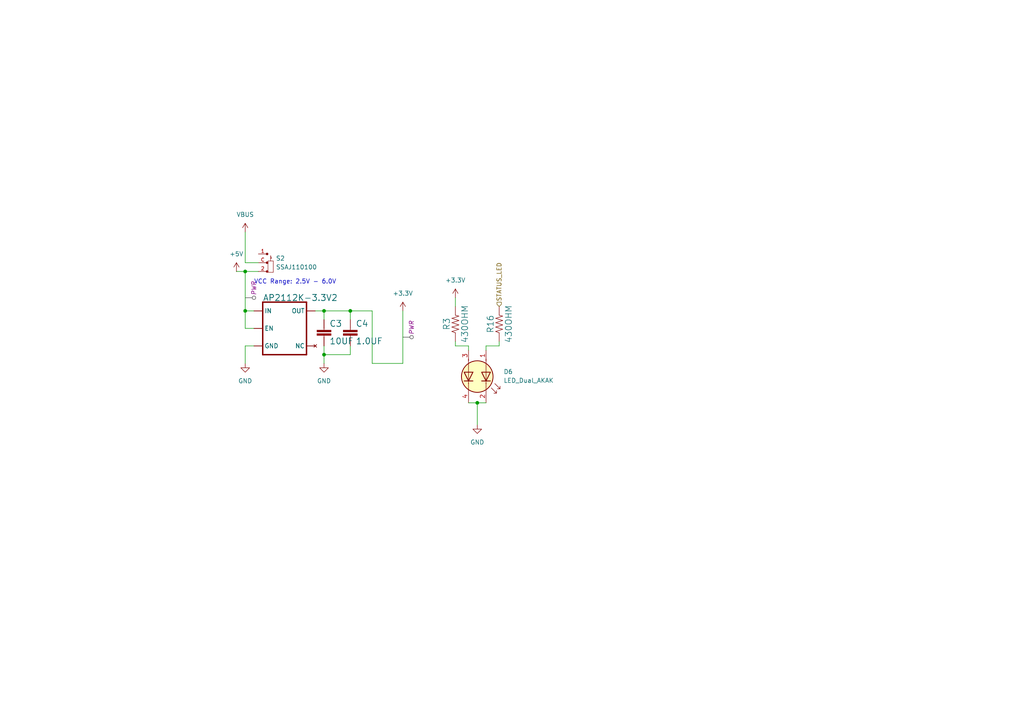
<source format=kicad_sch>
(kicad_sch
	(version 20231120)
	(generator "eeschema")
	(generator_version "8.0")
	(uuid "0e275bf1-c085-4ce8-bb87-516a17dd2b21")
	(paper "A4")
	(lib_symbols
		(symbol "Device:LED_Dual_AKAK"
			(pin_names
				(offset 0) hide)
			(exclude_from_sim no)
			(in_bom yes)
			(on_board yes)
			(property "Reference" "D"
				(at 0 5.715 0)
				(effects
					(font
						(size 1.27 1.27)
					)
				)
			)
			(property "Value" "LED_Dual_AKAK"
				(at 0 -6.35 0)
				(effects
					(font
						(size 1.27 1.27)
					)
				)
			)
			(property "Footprint" ""
				(at 0.762 0 0)
				(effects
					(font
						(size 1.27 1.27)
					)
					(hide yes)
				)
			)
			(property "Datasheet" "~"
				(at 0.762 0 0)
				(effects
					(font
						(size 1.27 1.27)
					)
					(hide yes)
				)
			)
			(property "Description" "Dual LED, cathodes on pins 2 and 4"
				(at 0 0 0)
				(effects
					(font
						(size 1.27 1.27)
					)
					(hide yes)
				)
			)
			(property "ki_keywords" "LED diode bicolor dual"
				(at 0 0 0)
				(effects
					(font
						(size 1.27 1.27)
					)
					(hide yes)
				)
			)
			(property "ki_fp_filters" "LED* LED_SMD:* LED_THT:*"
				(at 0 0 0)
				(effects
					(font
						(size 1.27 1.27)
					)
					(hide yes)
				)
			)
			(symbol "LED_Dual_AKAK_0_1"
				(polyline
					(pts
						(xy -5.08 -2.54) (xy 2.032 -2.54)
					)
					(stroke
						(width 0)
						(type default)
					)
					(fill
						(type none)
					)
				)
				(polyline
					(pts
						(xy -5.08 2.54) (xy 2.032 2.54)
					)
					(stroke
						(width 0)
						(type default)
					)
					(fill
						(type none)
					)
				)
				(polyline
					(pts
						(xy 1.27 -1.27) (xy 1.27 -3.81)
					)
					(stroke
						(width 0.254)
						(type default)
					)
					(fill
						(type none)
					)
				)
				(polyline
					(pts
						(xy 1.27 3.81) (xy 1.27 1.27)
					)
					(stroke
						(width 0.254)
						(type default)
					)
					(fill
						(type none)
					)
				)
				(polyline
					(pts
						(xy 3.81 -2.54) (xy 1.905 -2.54)
					)
					(stroke
						(width 0)
						(type default)
					)
					(fill
						(type none)
					)
				)
				(polyline
					(pts
						(xy 3.81 2.54) (xy 1.905 2.54)
					)
					(stroke
						(width 0)
						(type default)
					)
					(fill
						(type none)
					)
				)
				(polyline
					(pts
						(xy -1.27 -1.27) (xy -1.27 -3.81) (xy 1.27 -2.54) (xy -1.27 -1.27)
					)
					(stroke
						(width 0.254)
						(type default)
					)
					(fill
						(type none)
					)
				)
				(polyline
					(pts
						(xy -1.27 3.81) (xy -1.27 1.27) (xy 1.27 2.54) (xy -1.27 3.81)
					)
					(stroke
						(width 0.254)
						(type default)
					)
					(fill
						(type none)
					)
				)
				(polyline
					(pts
						(xy 2.032 5.08) (xy 3.556 6.604) (xy 2.794 6.604) (xy 3.556 6.604) (xy 3.556 5.842)
					)
					(stroke
						(width 0)
						(type default)
					)
					(fill
						(type none)
					)
				)
				(polyline
					(pts
						(xy 3.302 4.064) (xy 4.826 5.588) (xy 4.064 5.588) (xy 4.826 5.588) (xy 4.826 4.826)
					)
					(stroke
						(width 0)
						(type default)
					)
					(fill
						(type none)
					)
				)
				(circle
					(center 0 0)
					(radius 4.572)
					(stroke
						(width 0.254)
						(type default)
					)
					(fill
						(type background)
					)
				)
			)
			(symbol "LED_Dual_AKAK_1_1"
				(pin input line
					(at -7.62 2.54 0)
					(length 3.048)
					(name "A1"
						(effects
							(font
								(size 1.27 1.27)
							)
						)
					)
					(number "1"
						(effects
							(font
								(size 1.27 1.27)
							)
						)
					)
				)
				(pin input line
					(at 7.62 2.54 180)
					(length 3.81)
					(name "K1"
						(effects
							(font
								(size 1.27 1.27)
							)
						)
					)
					(number "2"
						(effects
							(font
								(size 1.27 1.27)
							)
						)
					)
				)
				(pin input line
					(at -7.62 -2.54 0)
					(length 3.048)
					(name "A2"
						(effects
							(font
								(size 1.27 1.27)
							)
						)
					)
					(number "3"
						(effects
							(font
								(size 1.27 1.27)
							)
						)
					)
				)
				(pin input line
					(at 7.62 -2.54 180)
					(length 3.81)
					(name "K2"
						(effects
							(font
								(size 1.27 1.27)
							)
						)
					)
					(number "4"
						(effects
							(font
								(size 1.27 1.27)
							)
						)
					)
				)
			)
		)
		(symbol "SSAJ110100:SSAJ110100"
			(pin_names
				(offset 1.016) hide)
			(exclude_from_sim no)
			(in_bom yes)
			(on_board yes)
			(property "Reference" "S"
				(at -2.54 5.08 0)
				(effects
					(font
						(size 1.27 1.27)
					)
					(justify left bottom)
				)
			)
			(property "Value" "SSAJ110100"
				(at -2.54 -5.715 0)
				(effects
					(font
						(size 1.27 1.27)
					)
					(justify left bottom)
				)
			)
			(property "Footprint" "SnapEDA Library:SW_SSAJ110100"
				(at 0 0 0)
				(effects
					(font
						(size 1.27 1.27)
					)
					(justify left bottom)
					(hide yes)
				)
			)
			(property "Datasheet" ""
				(at 0 0 0)
				(effects
					(font
						(size 1.27 1.27)
					)
					(justify left bottom)
					(hide yes)
				)
			)
			(property "Description" ""
				(at 0 0 0)
				(effects
					(font
						(size 1.27 1.27)
					)
					(hide yes)
				)
			)
			(property "PARTREV" "N/A"
				(at 0 0 0)
				(effects
					(font
						(size 1.27 1.27)
					)
					(justify left bottom)
					(hide yes)
				)
			)
			(property "STANDARD" "Manufacturer Recommendations"
				(at 0 0 0)
				(effects
					(font
						(size 1.27 1.27)
					)
					(justify left bottom)
					(hide yes)
				)
			)
			(property "SNAPEDA_PN" "SSAJ110100"
				(at 0 0 0)
				(effects
					(font
						(size 1.27 1.27)
					)
					(justify left bottom)
					(hide yes)
				)
			)
			(property "MAXIMUM_PACKAGE_HEIGHT" "0.9 mm"
				(at 0 0 0)
				(effects
					(font
						(size 1.27 1.27)
					)
					(justify left bottom)
					(hide yes)
				)
			)
			(property "MANUFACTURER" "ALPS"
				(at 0 0 0)
				(effects
					(font
						(size 1.27 1.27)
					)
					(justify left bottom)
					(hide yes)
				)
			)
			(property "ki_locked" ""
				(at 0 0 0)
				(effects
					(font
						(size 1.27 1.27)
					)
				)
			)
			(symbol "SSAJ110100_0_0"
				(circle
					(center 0 -2.54)
					(radius 0.2032)
					(stroke
						(width 0.3048)
						(type solid)
					)
					(fill
						(type none)
					)
				)
				(polyline
					(pts
						(xy 0.254 0.508) (xy 0.254 -2.794)
					)
					(stroke
						(width 0.127)
						(type solid)
					)
					(fill
						(type none)
					)
				)
				(polyline
					(pts
						(xy 0.254 0.508) (xy 1.778 0.508)
					)
					(stroke
						(width 0.127)
						(type solid)
					)
					(fill
						(type none)
					)
				)
				(polyline
					(pts
						(xy 1.016 0.508) (xy 1.016 1.27)
					)
					(stroke
						(width 0.127)
						(type solid)
					)
					(fill
						(type none)
					)
				)
				(polyline
					(pts
						(xy 1.016 1.27) (xy 1.016 2.032)
					)
					(stroke
						(width 0.127)
						(type solid)
					)
					(fill
						(type none)
					)
				)
				(polyline
					(pts
						(xy 1.016 2.032) (xy 1.27 1.27)
					)
					(stroke
						(width 0.127)
						(type solid)
					)
					(fill
						(type none)
					)
				)
				(polyline
					(pts
						(xy 1.27 1.27) (xy 1.016 1.27)
					)
					(stroke
						(width 0.127)
						(type solid)
					)
					(fill
						(type none)
					)
				)
				(polyline
					(pts
						(xy 1.778 -2.794) (xy 0.254 -2.794)
					)
					(stroke
						(width 0.127)
						(type solid)
					)
					(fill
						(type none)
					)
				)
				(polyline
					(pts
						(xy 1.778 0.508) (xy 1.778 -2.794)
					)
					(stroke
						(width 0.127)
						(type solid)
					)
					(fill
						(type none)
					)
				)
				(circle
					(center 0 0)
					(radius 0.2032)
					(stroke
						(width 0.3048)
						(type solid)
					)
					(fill
						(type none)
					)
				)
				(circle
					(center 0 2.54)
					(radius 0.2032)
					(stroke
						(width 0.3048)
						(type solid)
					)
					(fill
						(type none)
					)
				)
				(pin passive line
					(at -2.54 2.54 0)
					(length 2.54)
					(name "~"
						(effects
							(font
								(size 1.016 1.016)
							)
						)
					)
					(number "1"
						(effects
							(font
								(size 1.016 1.016)
							)
						)
					)
				)
				(pin passive line
					(at -2.54 -2.54 0)
					(length 2.54)
					(name "~"
						(effects
							(font
								(size 1.016 1.016)
							)
						)
					)
					(number "2"
						(effects
							(font
								(size 1.016 1.016)
							)
						)
					)
				)
				(pin passive line
					(at -2.54 0 0)
					(length 2.54)
					(name "~"
						(effects
							(font
								(size 1.016 1.016)
							)
						)
					)
					(number "C"
						(effects
							(font
								(size 1.016 1.016)
							)
						)
					)
				)
			)
		)
		(symbol "SparkFun_Qwiic_Micro_SAMD21E-eagle-import:1.0UF-0402-16V-10%"
			(exclude_from_sim no)
			(in_bom yes)
			(on_board yes)
			(property "Reference" "C"
				(at 1.524 2.921 0)
				(effects
					(font
						(size 1.778 1.778)
					)
					(justify left bottom)
				)
			)
			(property "Value" ""
				(at 1.524 -2.159 0)
				(effects
					(font
						(size 1.778 1.778)
					)
					(justify left bottom)
				)
			)
			(property "Footprint" "SparkFun_Qwiic_Micro_SAMD21E:0402"
				(at 0 0 0)
				(effects
					(font
						(size 1.27 1.27)
					)
					(hide yes)
				)
			)
			(property "Datasheet" ""
				(at 0 0 0)
				(effects
					(font
						(size 1.27 1.27)
					)
					(hide yes)
				)
			)
			(property "Description" ""
				(at 0 0 0)
				(effects
					(font
						(size 1.27 1.27)
					)
					(hide yes)
				)
			)
			(property "ki_locked" ""
				(at 0 0 0)
				(effects
					(font
						(size 1.27 1.27)
					)
				)
			)
			(symbol "1.0UF-0402-16V-10%_1_0"
				(rectangle
					(start -2.032 0.508)
					(end 2.032 1.016)
					(stroke
						(width 0)
						(type default)
					)
					(fill
						(type outline)
					)
				)
				(rectangle
					(start -2.032 1.524)
					(end 2.032 2.032)
					(stroke
						(width 0)
						(type default)
					)
					(fill
						(type outline)
					)
				)
				(polyline
					(pts
						(xy 0 0) (xy 0 0.508)
					)
					(stroke
						(width 0.1524)
						(type solid)
					)
					(fill
						(type none)
					)
				)
				(polyline
					(pts
						(xy 0 2.54) (xy 0 2.032)
					)
					(stroke
						(width 0.1524)
						(type solid)
					)
					(fill
						(type none)
					)
				)
				(pin passive line
					(at 0 5.08 270)
					(length 2.54)
					(name "1"
						(effects
							(font
								(size 0 0)
							)
						)
					)
					(number "1"
						(effects
							(font
								(size 0 0)
							)
						)
					)
				)
				(pin passive line
					(at 0 -2.54 90)
					(length 2.54)
					(name "2"
						(effects
							(font
								(size 0 0)
							)
						)
					)
					(number "2"
						(effects
							(font
								(size 0 0)
							)
						)
					)
				)
			)
		)
		(symbol "SparkFun_Qwiic_Micro_SAMD21E-eagle-import:10UF-0603-6.3V-20%"
			(exclude_from_sim no)
			(in_bom yes)
			(on_board yes)
			(property "Reference" "C"
				(at 1.524 2.921 0)
				(effects
					(font
						(size 1.778 1.778)
					)
					(justify left bottom)
				)
			)
			(property "Value" ""
				(at 1.524 -2.159 0)
				(effects
					(font
						(size 1.778 1.778)
					)
					(justify left bottom)
				)
			)
			(property "Footprint" "SparkFun_Qwiic_Micro_SAMD21E:0603"
				(at 0 0 0)
				(effects
					(font
						(size 1.27 1.27)
					)
					(hide yes)
				)
			)
			(property "Datasheet" ""
				(at 0 0 0)
				(effects
					(font
						(size 1.27 1.27)
					)
					(hide yes)
				)
			)
			(property "Description" ""
				(at 0 0 0)
				(effects
					(font
						(size 1.27 1.27)
					)
					(hide yes)
				)
			)
			(property "ki_locked" ""
				(at 0 0 0)
				(effects
					(font
						(size 1.27 1.27)
					)
				)
			)
			(symbol "10UF-0603-6.3V-20%_1_0"
				(rectangle
					(start -2.032 0.508)
					(end 2.032 1.016)
					(stroke
						(width 0)
						(type default)
					)
					(fill
						(type outline)
					)
				)
				(rectangle
					(start -2.032 1.524)
					(end 2.032 2.032)
					(stroke
						(width 0)
						(type default)
					)
					(fill
						(type outline)
					)
				)
				(polyline
					(pts
						(xy 0 0) (xy 0 0.508)
					)
					(stroke
						(width 0.1524)
						(type solid)
					)
					(fill
						(type none)
					)
				)
				(polyline
					(pts
						(xy 0 2.54) (xy 0 2.032)
					)
					(stroke
						(width 0.1524)
						(type solid)
					)
					(fill
						(type none)
					)
				)
				(pin passive line
					(at 0 5.08 270)
					(length 2.54)
					(name "1"
						(effects
							(font
								(size 0 0)
							)
						)
					)
					(number "1"
						(effects
							(font
								(size 0 0)
							)
						)
					)
				)
				(pin passive line
					(at 0 -2.54 90)
					(length 2.54)
					(name "2"
						(effects
							(font
								(size 0 0)
							)
						)
					)
					(number "2"
						(effects
							(font
								(size 0 0)
							)
						)
					)
				)
			)
		)
		(symbol "SparkFun_Qwiic_Micro_SAMD21E-eagle-import:1KOHM-0402-1/16W-1%"
			(exclude_from_sim no)
			(in_bom yes)
			(on_board yes)
			(property "Reference" "R"
				(at 0 1.524 0)
				(effects
					(font
						(size 1.778 1.778)
					)
					(justify bottom)
				)
			)
			(property "Value" ""
				(at 0 -1.524 0)
				(effects
					(font
						(size 1.778 1.778)
					)
					(justify top)
				)
			)
			(property "Footprint" "SparkFun_Qwiic_Micro_SAMD21E:0402"
				(at 0 0 0)
				(effects
					(font
						(size 1.27 1.27)
					)
					(hide yes)
				)
			)
			(property "Datasheet" ""
				(at 0 0 0)
				(effects
					(font
						(size 1.27 1.27)
					)
					(hide yes)
				)
			)
			(property "Description" ""
				(at 0 0 0)
				(effects
					(font
						(size 1.27 1.27)
					)
					(hide yes)
				)
			)
			(property "ki_locked" ""
				(at 0 0 0)
				(effects
					(font
						(size 1.27 1.27)
					)
				)
			)
			(symbol "1KOHM-0402-1/16W-1%_1_0"
				(polyline
					(pts
						(xy -2.54 0) (xy -2.159 1.016)
					)
					(stroke
						(width 0.1524)
						(type solid)
					)
					(fill
						(type none)
					)
				)
				(polyline
					(pts
						(xy -2.159 1.016) (xy -1.524 -1.016)
					)
					(stroke
						(width 0.1524)
						(type solid)
					)
					(fill
						(type none)
					)
				)
				(polyline
					(pts
						(xy -1.524 -1.016) (xy -0.889 1.016)
					)
					(stroke
						(width 0.1524)
						(type solid)
					)
					(fill
						(type none)
					)
				)
				(polyline
					(pts
						(xy -0.889 1.016) (xy -0.254 -1.016)
					)
					(stroke
						(width 0.1524)
						(type solid)
					)
					(fill
						(type none)
					)
				)
				(polyline
					(pts
						(xy -0.254 -1.016) (xy 0.381 1.016)
					)
					(stroke
						(width 0.1524)
						(type solid)
					)
					(fill
						(type none)
					)
				)
				(polyline
					(pts
						(xy 0.381 1.016) (xy 1.016 -1.016)
					)
					(stroke
						(width 0.1524)
						(type solid)
					)
					(fill
						(type none)
					)
				)
				(polyline
					(pts
						(xy 1.016 -1.016) (xy 1.651 1.016)
					)
					(stroke
						(width 0.1524)
						(type solid)
					)
					(fill
						(type none)
					)
				)
				(polyline
					(pts
						(xy 1.651 1.016) (xy 2.286 -1.016)
					)
					(stroke
						(width 0.1524)
						(type solid)
					)
					(fill
						(type none)
					)
				)
				(polyline
					(pts
						(xy 2.286 -1.016) (xy 2.54 0)
					)
					(stroke
						(width 0.1524)
						(type solid)
					)
					(fill
						(type none)
					)
				)
				(pin passive line
					(at -5.08 0 0)
					(length 2.54)
					(name "1"
						(effects
							(font
								(size 0 0)
							)
						)
					)
					(number "1"
						(effects
							(font
								(size 0 0)
							)
						)
					)
				)
				(pin passive line
					(at 5.08 0 180)
					(length 2.54)
					(name "2"
						(effects
							(font
								(size 0 0)
							)
						)
					)
					(number "2"
						(effects
							(font
								(size 0 0)
							)
						)
					)
				)
			)
		)
		(symbol "SparkFun_Qwiic_Micro_SAMD21E-eagle-import:V_REG_AP2112K-3.3V"
			(exclude_from_sim no)
			(in_bom yes)
			(on_board yes)
			(property "Reference" "U"
				(at -7.62 7.874 0)
				(effects
					(font
						(size 1.778 1.778)
					)
					(justify left bottom)
				)
			)
			(property "Value" ""
				(at -7.62 -7.874 0)
				(effects
					(font
						(size 1.778 1.778)
					)
					(justify left top)
				)
			)
			(property "Footprint" "SparkFun_Qwiic_Micro_SAMD21E:SOT23-5"
				(at 0 0 0)
				(effects
					(font
						(size 1.27 1.27)
					)
					(hide yes)
				)
			)
			(property "Datasheet" ""
				(at 0 0 0)
				(effects
					(font
						(size 1.27 1.27)
					)
					(hide yes)
				)
			)
			(property "Description" ""
				(at 0 0 0)
				(effects
					(font
						(size 1.27 1.27)
					)
					(hide yes)
				)
			)
			(property "ki_locked" ""
				(at 0 0 0)
				(effects
					(font
						(size 1.27 1.27)
					)
				)
			)
			(symbol "V_REG_AP2112K-3.3V_1_0"
				(polyline
					(pts
						(xy -7.62 -7.62) (xy 5.08 -7.62)
					)
					(stroke
						(width 0.4064)
						(type solid)
					)
					(fill
						(type none)
					)
				)
				(polyline
					(pts
						(xy -7.62 7.62) (xy -7.62 -7.62)
					)
					(stroke
						(width 0.4064)
						(type solid)
					)
					(fill
						(type none)
					)
				)
				(polyline
					(pts
						(xy 5.08 -7.62) (xy 5.08 7.62)
					)
					(stroke
						(width 0.4064)
						(type solid)
					)
					(fill
						(type none)
					)
				)
				(polyline
					(pts
						(xy 5.08 7.62) (xy -7.62 7.62)
					)
					(stroke
						(width 0.4064)
						(type solid)
					)
					(fill
						(type none)
					)
				)
				(pin input line
					(at -10.16 5.08 0)
					(length 2.54)
					(name "IN"
						(effects
							(font
								(size 1.27 1.27)
							)
						)
					)
					(number "1"
						(effects
							(font
								(size 0 0)
							)
						)
					)
				)
				(pin input line
					(at -10.16 -5.08 0)
					(length 2.54)
					(name "GND"
						(effects
							(font
								(size 1.27 1.27)
							)
						)
					)
					(number "2"
						(effects
							(font
								(size 0 0)
							)
						)
					)
				)
				(pin input line
					(at -10.16 0 0)
					(length 2.54)
					(name "EN"
						(effects
							(font
								(size 1.27 1.27)
							)
						)
					)
					(number "3"
						(effects
							(font
								(size 0 0)
							)
						)
					)
				)
				(pin no_connect line
					(at 7.62 -5.08 180)
					(length 2.54)
					(name "NC"
						(effects
							(font
								(size 1.27 1.27)
							)
						)
					)
					(number "4"
						(effects
							(font
								(size 0 0)
							)
						)
					)
				)
				(pin passive line
					(at 7.62 5.08 180)
					(length 2.54)
					(name "OUT"
						(effects
							(font
								(size 1.27 1.27)
							)
						)
					)
					(number "5"
						(effects
							(font
								(size 0 0)
							)
						)
					)
				)
			)
		)
		(symbol "power:+3.3V"
			(power)
			(pin_names
				(offset 0)
			)
			(exclude_from_sim no)
			(in_bom yes)
			(on_board yes)
			(property "Reference" "#PWR"
				(at 0 -3.81 0)
				(effects
					(font
						(size 1.27 1.27)
					)
					(hide yes)
				)
			)
			(property "Value" "+3.3V"
				(at 0 3.556 0)
				(effects
					(font
						(size 1.27 1.27)
					)
				)
			)
			(property "Footprint" ""
				(at 0 0 0)
				(effects
					(font
						(size 1.27 1.27)
					)
					(hide yes)
				)
			)
			(property "Datasheet" ""
				(at 0 0 0)
				(effects
					(font
						(size 1.27 1.27)
					)
					(hide yes)
				)
			)
			(property "Description" "Power symbol creates a global label with name \"+3.3V\""
				(at 0 0 0)
				(effects
					(font
						(size 1.27 1.27)
					)
					(hide yes)
				)
			)
			(property "ki_keywords" "global power"
				(at 0 0 0)
				(effects
					(font
						(size 1.27 1.27)
					)
					(hide yes)
				)
			)
			(symbol "+3.3V_0_1"
				(polyline
					(pts
						(xy -0.762 1.27) (xy 0 2.54)
					)
					(stroke
						(width 0)
						(type default)
					)
					(fill
						(type none)
					)
				)
				(polyline
					(pts
						(xy 0 0) (xy 0 2.54)
					)
					(stroke
						(width 0)
						(type default)
					)
					(fill
						(type none)
					)
				)
				(polyline
					(pts
						(xy 0 2.54) (xy 0.762 1.27)
					)
					(stroke
						(width 0)
						(type default)
					)
					(fill
						(type none)
					)
				)
			)
			(symbol "+3.3V_1_1"
				(pin power_in line
					(at 0 0 90)
					(length 0) hide
					(name "+3.3V"
						(effects
							(font
								(size 1.27 1.27)
							)
						)
					)
					(number "1"
						(effects
							(font
								(size 1.27 1.27)
							)
						)
					)
				)
			)
		)
		(symbol "power:+5V"
			(power)
			(pin_numbers hide)
			(pin_names
				(offset 0) hide)
			(exclude_from_sim no)
			(in_bom yes)
			(on_board yes)
			(property "Reference" "#PWR"
				(at 0 -3.81 0)
				(effects
					(font
						(size 1.27 1.27)
					)
					(hide yes)
				)
			)
			(property "Value" "+5V"
				(at 0 3.556 0)
				(effects
					(font
						(size 1.27 1.27)
					)
				)
			)
			(property "Footprint" ""
				(at 0 0 0)
				(effects
					(font
						(size 1.27 1.27)
					)
					(hide yes)
				)
			)
			(property "Datasheet" ""
				(at 0 0 0)
				(effects
					(font
						(size 1.27 1.27)
					)
					(hide yes)
				)
			)
			(property "Description" "Power symbol creates a global label with name \"+5V\""
				(at 0 0 0)
				(effects
					(font
						(size 1.27 1.27)
					)
					(hide yes)
				)
			)
			(property "ki_keywords" "global power"
				(at 0 0 0)
				(effects
					(font
						(size 1.27 1.27)
					)
					(hide yes)
				)
			)
			(symbol "+5V_0_1"
				(polyline
					(pts
						(xy -0.762 1.27) (xy 0 2.54)
					)
					(stroke
						(width 0)
						(type default)
					)
					(fill
						(type none)
					)
				)
				(polyline
					(pts
						(xy 0 0) (xy 0 2.54)
					)
					(stroke
						(width 0)
						(type default)
					)
					(fill
						(type none)
					)
				)
				(polyline
					(pts
						(xy 0 2.54) (xy 0.762 1.27)
					)
					(stroke
						(width 0)
						(type default)
					)
					(fill
						(type none)
					)
				)
			)
			(symbol "+5V_1_1"
				(pin power_in line
					(at 0 0 90)
					(length 0)
					(name "~"
						(effects
							(font
								(size 1.27 1.27)
							)
						)
					)
					(number "1"
						(effects
							(font
								(size 1.27 1.27)
							)
						)
					)
				)
			)
		)
		(symbol "power:GND"
			(power)
			(pin_names
				(offset 0)
			)
			(exclude_from_sim no)
			(in_bom yes)
			(on_board yes)
			(property "Reference" "#PWR"
				(at 0 -6.35 0)
				(effects
					(font
						(size 1.27 1.27)
					)
					(hide yes)
				)
			)
			(property "Value" "GND"
				(at 0 -3.81 0)
				(effects
					(font
						(size 1.27 1.27)
					)
				)
			)
			(property "Footprint" ""
				(at 0 0 0)
				(effects
					(font
						(size 1.27 1.27)
					)
					(hide yes)
				)
			)
			(property "Datasheet" ""
				(at 0 0 0)
				(effects
					(font
						(size 1.27 1.27)
					)
					(hide yes)
				)
			)
			(property "Description" "Power symbol creates a global label with name \"GND\" , ground"
				(at 0 0 0)
				(effects
					(font
						(size 1.27 1.27)
					)
					(hide yes)
				)
			)
			(property "ki_keywords" "global power"
				(at 0 0 0)
				(effects
					(font
						(size 1.27 1.27)
					)
					(hide yes)
				)
			)
			(symbol "GND_0_1"
				(polyline
					(pts
						(xy 0 0) (xy 0 -1.27) (xy 1.27 -1.27) (xy 0 -2.54) (xy -1.27 -1.27) (xy 0 -1.27)
					)
					(stroke
						(width 0)
						(type default)
					)
					(fill
						(type none)
					)
				)
			)
			(symbol "GND_1_1"
				(pin power_in line
					(at 0 0 270)
					(length 0) hide
					(name "GND"
						(effects
							(font
								(size 1.27 1.27)
							)
						)
					)
					(number "1"
						(effects
							(font
								(size 1.27 1.27)
							)
						)
					)
				)
			)
		)
		(symbol "power:VBUS"
			(power)
			(pin_numbers hide)
			(pin_names
				(offset 0) hide)
			(exclude_from_sim no)
			(in_bom yes)
			(on_board yes)
			(property "Reference" "#PWR"
				(at 0 -3.81 0)
				(effects
					(font
						(size 1.27 1.27)
					)
					(hide yes)
				)
			)
			(property "Value" "VBUS"
				(at 0 3.556 0)
				(effects
					(font
						(size 1.27 1.27)
					)
				)
			)
			(property "Footprint" ""
				(at 0 0 0)
				(effects
					(font
						(size 1.27 1.27)
					)
					(hide yes)
				)
			)
			(property "Datasheet" ""
				(at 0 0 0)
				(effects
					(font
						(size 1.27 1.27)
					)
					(hide yes)
				)
			)
			(property "Description" "Power symbol creates a global label with name \"VBUS\""
				(at 0 0 0)
				(effects
					(font
						(size 1.27 1.27)
					)
					(hide yes)
				)
			)
			(property "ki_keywords" "global power"
				(at 0 0 0)
				(effects
					(font
						(size 1.27 1.27)
					)
					(hide yes)
				)
			)
			(symbol "VBUS_0_1"
				(polyline
					(pts
						(xy -0.762 1.27) (xy 0 2.54)
					)
					(stroke
						(width 0)
						(type default)
					)
					(fill
						(type none)
					)
				)
				(polyline
					(pts
						(xy 0 0) (xy 0 2.54)
					)
					(stroke
						(width 0)
						(type default)
					)
					(fill
						(type none)
					)
				)
				(polyline
					(pts
						(xy 0 2.54) (xy 0.762 1.27)
					)
					(stroke
						(width 0)
						(type default)
					)
					(fill
						(type none)
					)
				)
			)
			(symbol "VBUS_1_1"
				(pin power_in line
					(at 0 0 90)
					(length 0)
					(name "~"
						(effects
							(font
								(size 1.27 1.27)
							)
						)
					)
					(number "1"
						(effects
							(font
								(size 1.27 1.27)
							)
						)
					)
				)
			)
		)
	)
	(junction
		(at 93.98 90.17)
		(diameter 0)
		(color 0 0 0 0)
		(uuid "4bfe4549-7387-4d82-acb1-32c89b993871")
	)
	(junction
		(at 71.12 90.17)
		(diameter 0)
		(color 0 0 0 0)
		(uuid "64b4ba96-06bf-4360-93ef-8870a6ac6f7a")
	)
	(junction
		(at 71.12 78.74)
		(diameter 0)
		(color 0 0 0 0)
		(uuid "90162d40-6c56-4ac6-800c-4f52ab4e87bb")
	)
	(junction
		(at 138.43 116.84)
		(diameter 0)
		(color 0 0 0 0)
		(uuid "d61fca72-a9e3-43f8-95b7-92695d1c0ee8")
	)
	(junction
		(at 93.98 102.87)
		(diameter 0)
		(color 0 0 0 0)
		(uuid "d927cfc0-41f6-4d7a-8688-870b0b7154ee")
	)
	(junction
		(at 101.6 90.17)
		(diameter 0)
		(color 0 0 0 0)
		(uuid "df8e00c8-8750-4b0b-b3b1-9ccda21c855b")
	)
	(wire
		(pts
			(xy 71.12 76.2) (xy 74.93 76.2)
		)
		(stroke
			(width 0.1524)
			(type solid)
		)
		(uuid "0523b188-6449-407a-aef3-c64f8fe593ae")
	)
	(wire
		(pts
			(xy 144.78 100.33) (xy 144.78 99.06)
		)
		(stroke
			(width 0)
			(type default)
		)
		(uuid "1631aef2-f542-42e7-aed6-eb8226b786cc")
	)
	(wire
		(pts
			(xy 135.89 116.84) (xy 138.43 116.84)
		)
		(stroke
			(width 0)
			(type default)
		)
		(uuid "1d462ee9-12aa-4b0e-ac66-ab7bedb41a6a")
	)
	(wire
		(pts
			(xy 71.12 95.25) (xy 71.12 90.17)
		)
		(stroke
			(width 0.1524)
			(type solid)
		)
		(uuid "2158ad94-19a8-48bd-8c55-f0613a6f4ce1")
	)
	(wire
		(pts
			(xy 71.12 90.17) (xy 71.12 78.74)
		)
		(stroke
			(width 0.1524)
			(type solid)
		)
		(uuid "309b234c-022e-4774-82e9-f6b79dd98c6b")
	)
	(wire
		(pts
			(xy 101.6 100.33) (xy 101.6 102.87)
		)
		(stroke
			(width 0.1524)
			(type solid)
		)
		(uuid "37249f55-17a8-4ae2-b678-1110c762e77e")
	)
	(wire
		(pts
			(xy 107.95 105.41) (xy 116.84 105.41)
		)
		(stroke
			(width 0.1524)
			(type solid)
		)
		(uuid "45b2635b-2a51-43fa-b6cb-d4c409b0dceb")
	)
	(wire
		(pts
			(xy 101.6 90.17) (xy 107.95 90.17)
		)
		(stroke
			(width 0.1524)
			(type solid)
		)
		(uuid "4cfb4079-d7d2-47ae-9252-a8a6ca1ebef1")
	)
	(wire
		(pts
			(xy 132.08 100.33) (xy 135.89 100.33)
		)
		(stroke
			(width 0.1524)
			(type solid)
		)
		(uuid "4d7134d8-1e5c-4010-b9ce-9ed8494ed5e4")
	)
	(wire
		(pts
			(xy 93.98 100.33) (xy 93.98 102.87)
		)
		(stroke
			(width 0.1524)
			(type solid)
		)
		(uuid "4e38553f-7420-4e14-bae5-61e85e15f1f8")
	)
	(wire
		(pts
			(xy 73.66 100.33) (xy 71.12 100.33)
		)
		(stroke
			(width 0.1524)
			(type solid)
		)
		(uuid "5bf6f312-1d0a-4490-9d46-7338f1e06fa4")
	)
	(wire
		(pts
			(xy 138.43 116.84) (xy 138.43 123.19)
		)
		(stroke
			(width 0.1524)
			(type solid)
		)
		(uuid "676dcf2a-1489-4b56-8657-9a46088b18d6")
	)
	(wire
		(pts
			(xy 135.89 100.33) (xy 135.89 101.6)
		)
		(stroke
			(width 0.1524)
			(type solid)
		)
		(uuid "87f2e242-ecdd-42f3-a415-5204348f03c9")
	)
	(wire
		(pts
			(xy 91.44 90.17) (xy 93.98 90.17)
		)
		(stroke
			(width 0.1524)
			(type solid)
		)
		(uuid "89a06e7a-6da4-452e-a770-8d6044665975")
	)
	(wire
		(pts
			(xy 68.58 78.74) (xy 71.12 78.74)
		)
		(stroke
			(width 0.1524)
			(type solid)
		)
		(uuid "90b47b30-bbc6-44de-8823-1bdbb208ab96")
	)
	(wire
		(pts
			(xy 116.84 90.17) (xy 116.84 105.41)
		)
		(stroke
			(width 0)
			(type default)
		)
		(uuid "9b83c46b-094d-460e-bf33-4143b54e32bf")
	)
	(wire
		(pts
			(xy 71.12 100.33) (xy 71.12 105.41)
		)
		(stroke
			(width 0.1524)
			(type solid)
		)
		(uuid "9c78c2ab-ac2b-4e26-a8c9-cf011c0a1c69")
	)
	(wire
		(pts
			(xy 93.98 90.17) (xy 101.6 90.17)
		)
		(stroke
			(width 0.1524)
			(type solid)
		)
		(uuid "a2a19306-e7d2-4f89-93d0-ade307ef9f14")
	)
	(wire
		(pts
			(xy 140.97 100.33) (xy 144.78 100.33)
		)
		(stroke
			(width 0)
			(type default)
		)
		(uuid "a7de27b8-cda6-42e2-a8e5-6b93c1a7c9e2")
	)
	(wire
		(pts
			(xy 132.08 86.36) (xy 132.08 88.9)
		)
		(stroke
			(width 0.1524)
			(type solid)
		)
		(uuid "ac375c0a-73de-4889-add5-4405d5628d8b")
	)
	(wire
		(pts
			(xy 73.66 95.25) (xy 71.12 95.25)
		)
		(stroke
			(width 0.1524)
			(type solid)
		)
		(uuid "b976e165-f7ce-4a70-b4e8-38aac5b23e35")
	)
	(wire
		(pts
			(xy 93.98 92.71) (xy 93.98 90.17)
		)
		(stroke
			(width 0.1524)
			(type solid)
		)
		(uuid "cb5f12af-c90b-4495-8e90-fb257e7a330d")
	)
	(wire
		(pts
			(xy 107.95 90.17) (xy 107.95 105.41)
		)
		(stroke
			(width 0.1524)
			(type solid)
		)
		(uuid "cbf36467-be05-4243-9fdf-c6a0d0890e09")
	)
	(wire
		(pts
			(xy 93.98 102.87) (xy 93.98 105.41)
		)
		(stroke
			(width 0.1524)
			(type solid)
		)
		(uuid "cce27c65-a663-4cb9-b520-6961218a1329")
	)
	(wire
		(pts
			(xy 138.43 116.84) (xy 140.97 116.84)
		)
		(stroke
			(width 0)
			(type default)
		)
		(uuid "d2c58280-ac05-485c-bd31-35d2fa9166f7")
	)
	(wire
		(pts
			(xy 71.12 78.74) (xy 74.93 78.74)
		)
		(stroke
			(width 0)
			(type default)
		)
		(uuid "da15c6b6-f007-477f-b23c-5d94a462d206")
	)
	(wire
		(pts
			(xy 132.08 99.06) (xy 132.08 100.33)
		)
		(stroke
			(width 0.1524)
			(type solid)
		)
		(uuid "de14d06b-4043-46cd-9f60-654cd78f5aa9")
	)
	(wire
		(pts
			(xy 73.66 90.17) (xy 71.12 90.17)
		)
		(stroke
			(width 0.1524)
			(type solid)
		)
		(uuid "e3133eaf-f921-4230-a1fd-a265740e5206")
	)
	(wire
		(pts
			(xy 101.6 102.87) (xy 93.98 102.87)
		)
		(stroke
			(width 0.1524)
			(type solid)
		)
		(uuid "e9a3c9ec-bc00-4180-8b98-c13c5549bed8")
	)
	(wire
		(pts
			(xy 140.97 101.6) (xy 140.97 100.33)
		)
		(stroke
			(width 0)
			(type default)
		)
		(uuid "ebd9f905-0ced-473e-8328-21449b449066")
	)
	(wire
		(pts
			(xy 101.6 90.17) (xy 101.6 92.71)
		)
		(stroke
			(width 0.1524)
			(type solid)
		)
		(uuid "f6a50bbf-0c71-4b4b-b29b-34eda164a9a6")
	)
	(wire
		(pts
			(xy 71.12 67.31) (xy 71.12 76.2)
		)
		(stroke
			(width 0.1524)
			(type solid)
		)
		(uuid "ff5abaf2-bd9c-4243-a401-5e131f91fc50")
	)
	(text "VCC Range: 2.5V - 6.0V"
		(exclude_from_sim no)
		(at 73.66 82.55 0)
		(effects
			(font
				(size 1.27 1.27)
			)
			(justify left bottom)
		)
		(uuid "5ff8de9c-42bb-438e-8794-5d0c7a19f784")
	)
	(hierarchical_label "STATUS_LED"
		(shape input)
		(at 144.78 88.9 90)
		(fields_autoplaced yes)
		(effects
			(font
				(size 1.27 1.27)
			)
			(justify left)
		)
		(uuid "23caaaf5-d92b-498b-ba8e-40e8cafcb1d7")
	)
	(netclass_flag ""
		(length 2.54)
		(shape round)
		(at 116.84 97.79 270)
		(fields_autoplaced yes)
		(effects
			(font
				(size 1.27 1.27)
			)
			(justify right bottom)
		)
		(uuid "652b2b05-974b-4a90-b25e-188037909b3e")
		(property "Netclass" "PWR"
			(at 119.38 97.0915 90)
			(effects
				(font
					(size 1.27 1.27)
					(italic yes)
				)
				(justify left)
			)
		)
	)
	(netclass_flag ""
		(length 2.54)
		(shape round)
		(at 71.12 86.36 270)
		(fields_autoplaced yes)
		(effects
			(font
				(size 1.27 1.27)
			)
			(justify right bottom)
		)
		(uuid "c51d1374-c2de-4750-8598-076a719a212b")
		(property "Netclass" "PWR"
			(at 73.66 85.6615 90)
			(effects
				(font
					(size 1.27 1.27)
					(italic yes)
				)
				(justify left)
			)
		)
	)
	(symbol
		(lib_id "power:VBUS")
		(at 71.12 67.31 0)
		(unit 1)
		(exclude_from_sim no)
		(in_bom yes)
		(on_board yes)
		(dnp no)
		(fields_autoplaced yes)
		(uuid "10f43011-888b-4cb2-a9db-04f4a0ff576c")
		(property "Reference" "#PWR029"
			(at 71.12 71.12 0)
			(effects
				(font
					(size 1.27 1.27)
				)
				(hide yes)
			)
		)
		(property "Value" "VBUS"
			(at 71.12 62.23 0)
			(effects
				(font
					(size 1.27 1.27)
				)
			)
		)
		(property "Footprint" ""
			(at 71.12 67.31 0)
			(effects
				(font
					(size 1.27 1.27)
				)
				(hide yes)
			)
		)
		(property "Datasheet" ""
			(at 71.12 67.31 0)
			(effects
				(font
					(size 1.27 1.27)
				)
				(hide yes)
			)
		)
		(property "Description" "Power symbol creates a global label with name \"VBUS\""
			(at 71.12 67.31 0)
			(effects
				(font
					(size 1.27 1.27)
				)
				(hide yes)
			)
		)
		(pin "1"
			(uuid "9c960bf5-e37e-4233-8e6e-94e7d898fde8")
		)
		(instances
			(project "LegoLight_R2_4layers"
				(path "/b7df49f9-2249-4c59-91c1-22f2b0733f01/5f35dde9-3dff-4359-bc4f-e8a9334ecbef"
					(reference "#PWR029")
					(unit 1)
				)
			)
		)
	)
	(symbol
		(lib_id "SSAJ110100:SSAJ110100")
		(at 77.47 76.2 0)
		(unit 1)
		(exclude_from_sim no)
		(in_bom yes)
		(on_board yes)
		(dnp no)
		(fields_autoplaced yes)
		(uuid "19489289-4afa-44a5-9e80-a21b1e760e28")
		(property "Reference" "S2"
			(at 80.01 74.93 0)
			(effects
				(font
					(size 1.27 1.27)
				)
				(justify left)
			)
		)
		(property "Value" "SSAJ110100"
			(at 80.01 77.47 0)
			(effects
				(font
					(size 1.27 1.27)
				)
				(justify left)
			)
		)
		(property "Footprint" "SnapEDA Library:SW_SSAJ110100"
			(at 77.47 76.2 0)
			(effects
				(font
					(size 1.27 1.27)
				)
				(justify left bottom)
				(hide yes)
			)
		)
		(property "Datasheet" ""
			(at 77.47 76.2 0)
			(effects
				(font
					(size 1.27 1.27)
				)
				(justify left bottom)
				(hide yes)
			)
		)
		(property "Description" ""
			(at 77.47 76.2 0)
			(effects
				(font
					(size 1.27 1.27)
				)
				(hide yes)
			)
		)
		(property "PARTREV" "N/A"
			(at 77.47 76.2 0)
			(effects
				(font
					(size 1.27 1.27)
				)
				(justify left bottom)
				(hide yes)
			)
		)
		(property "STANDARD" "Manufacturer Recommendations"
			(at 77.47 76.2 0)
			(effects
				(font
					(size 1.27 1.27)
				)
				(justify left bottom)
				(hide yes)
			)
		)
		(property "SNAPEDA_PN" "SSAJ110100"
			(at 77.47 76.2 0)
			(effects
				(font
					(size 1.27 1.27)
				)
				(justify left bottom)
				(hide yes)
			)
		)
		(property "MAXIMUM_PACKAGE_HEIGHT" "0.9 mm"
			(at 77.47 76.2 0)
			(effects
				(font
					(size 1.27 1.27)
				)
				(justify left bottom)
				(hide yes)
			)
		)
		(property "MANUFACTURER" "ALPS"
			(at 77.47 76.2 0)
			(effects
				(font
					(size 1.27 1.27)
				)
				(justify left bottom)
				(hide yes)
			)
		)
		(property "Mouser Part Number" "688-SSAJ110100"
			(at 77.47 76.2 0)
			(effects
				(font
					(size 1.27 1.27)
				)
				(hide yes)
			)
		)
		(pin "1"
			(uuid "006406f4-c48a-4d6d-8fe0-4c7851dc7a45")
		)
		(pin "2"
			(uuid "912263ff-e9e8-43a8-a5d9-32a7dad95e6d")
		)
		(pin "C"
			(uuid "6c505a4e-ace1-4e1d-a376-f47eecea78ba")
		)
		(instances
			(project "LegoLight_R2_4layers"
				(path "/b7df49f9-2249-4c59-91c1-22f2b0733f01/5f35dde9-3dff-4359-bc4f-e8a9334ecbef"
					(reference "S2")
					(unit 1)
				)
			)
		)
	)
	(symbol
		(lib_id "SparkFun_Qwiic_Micro_SAMD21E-eagle-import:V_REG_AP2112K-3.3V")
		(at 83.82 95.25 0)
		(unit 1)
		(exclude_from_sim no)
		(in_bom yes)
		(on_board yes)
		(dnp no)
		(uuid "4c124251-498a-4eb4-ac14-b43bbfde4579")
		(property "Reference" "AP2112K-3.3V2"
			(at 76.2 87.376 0)
			(effects
				(font
					(size 1.778 1.778)
				)
				(justify left bottom)
			)
		)
		(property "Value" "AP2112K-3.3V"
			(at 76.2 103.124 0)
			(effects
				(font
					(size 1.778 1.778)
				)
				(justify left top)
				(hide yes)
			)
		)
		(property "Footprint" "Package_TO_SOT_SMD:SOT-23-5_HandSoldering"
			(at 83.82 95.25 0)
			(effects
				(font
					(size 1.27 1.27)
				)
				(hide yes)
			)
		)
		(property "Datasheet" ""
			(at 83.82 95.25 0)
			(effects
				(font
					(size 1.27 1.27)
				)
				(hide yes)
			)
		)
		(property "Description" ""
			(at 83.82 95.25 0)
			(effects
				(font
					(size 1.27 1.27)
				)
				(hide yes)
			)
		)
		(property "Mouser Part Number" "621-AP2112K-3.3TRG1"
			(at 83.82 95.25 0)
			(effects
				(font
					(size 1.27 1.27)
				)
				(hide yes)
			)
		)
		(pin "4"
			(uuid "22de492e-838b-4e6c-8007-d3889d847c1a")
		)
		(pin "2"
			(uuid "89055850-c187-4ee0-a598-387aecefa9b4")
		)
		(pin "5"
			(uuid "50f1a090-914f-48de-814c-bf26f565ada7")
		)
		(pin "1"
			(uuid "5343fefe-0a85-40cd-bb5e-d60378b72b12")
		)
		(pin "3"
			(uuid "45aa69df-a852-475d-8142-d8ff5ddd1c13")
		)
		(instances
			(project "LegoLight_R2_4layers"
				(path "/b7df49f9-2249-4c59-91c1-22f2b0733f01/5f35dde9-3dff-4359-bc4f-e8a9334ecbef"
					(reference "AP2112K-3.3V2")
					(unit 1)
				)
			)
		)
	)
	(symbol
		(lib_id "SparkFun_Qwiic_Micro_SAMD21E-eagle-import:10UF-0603-6.3V-20%")
		(at 93.98 97.79 0)
		(unit 1)
		(exclude_from_sim no)
		(in_bom yes)
		(on_board yes)
		(dnp no)
		(uuid "58b9f3f8-beac-4e45-b403-8fd310718158")
		(property "Reference" "C3"
			(at 95.504 94.869 0)
			(effects
				(font
					(size 1.778 1.778)
				)
				(justify left bottom)
			)
		)
		(property "Value" "10UF"
			(at 95.504 99.949 0)
			(effects
				(font
					(size 1.778 1.778)
				)
				(justify left bottom)
			)
		)
		(property "Footprint" "Capacitor_SMD:C_0805_2012Metric_Pad1.18x1.45mm_HandSolder"
			(at 93.98 97.79 0)
			(effects
				(font
					(size 1.27 1.27)
				)
				(hide yes)
			)
		)
		(property "Datasheet" ""
			(at 93.98 97.79 0)
			(effects
				(font
					(size 1.27 1.27)
				)
				(hide yes)
			)
		)
		(property "Description" ""
			(at 93.98 97.79 0)
			(effects
				(font
					(size 1.27 1.27)
				)
				(hide yes)
			)
		)
		(property "Mouser Part Number" "187-CL21A106KOQNNNG"
			(at 93.98 97.79 0)
			(effects
				(font
					(size 1.27 1.27)
				)
				(hide yes)
			)
		)
		(pin "2"
			(uuid "392c8f5a-5e87-4cf3-9fa0-66aa313b0b8d")
		)
		(pin "1"
			(uuid "bcda879c-2fe0-46af-a1ac-6325df1bf2e8")
		)
		(instances
			(project "LegoLight_R2_4layers"
				(path "/b7df49f9-2249-4c59-91c1-22f2b0733f01/5f35dde9-3dff-4359-bc4f-e8a9334ecbef"
					(reference "C3")
					(unit 1)
				)
			)
		)
	)
	(symbol
		(lib_id "power:+3.3V")
		(at 132.08 86.36 0)
		(unit 1)
		(exclude_from_sim no)
		(in_bom yes)
		(on_board yes)
		(dnp no)
		(fields_autoplaced yes)
		(uuid "5d04bc77-0ed6-400f-ba0b-35adbaf3ff6d")
		(property "Reference" "#PWR013"
			(at 132.08 90.17 0)
			(effects
				(font
					(size 1.27 1.27)
				)
				(hide yes)
			)
		)
		(property "Value" "+3.3V"
			(at 132.08 81.28 0)
			(effects
				(font
					(size 1.27 1.27)
				)
			)
		)
		(property "Footprint" ""
			(at 132.08 86.36 0)
			(effects
				(font
					(size 1.27 1.27)
				)
				(hide yes)
			)
		)
		(property "Datasheet" ""
			(at 132.08 86.36 0)
			(effects
				(font
					(size 1.27 1.27)
				)
				(hide yes)
			)
		)
		(property "Description" ""
			(at 132.08 86.36 0)
			(effects
				(font
					(size 1.27 1.27)
				)
				(hide yes)
			)
		)
		(pin "1"
			(uuid "54088981-d037-48d9-afbd-f148fabae534")
		)
		(instances
			(project "LegoLight_R2_4layers"
				(path "/b7df49f9-2249-4c59-91c1-22f2b0733f01/5f35dde9-3dff-4359-bc4f-e8a9334ecbef"
					(reference "#PWR013")
					(unit 1)
				)
			)
		)
	)
	(symbol
		(lib_id "power:+3.3V")
		(at 116.84 90.17 0)
		(unit 1)
		(exclude_from_sim no)
		(in_bom yes)
		(on_board yes)
		(dnp no)
		(fields_autoplaced yes)
		(uuid "5ed2cebd-544e-471e-8995-d00c8d4c8a9b")
		(property "Reference" "#PWR046"
			(at 116.84 93.98 0)
			(effects
				(font
					(size 1.27 1.27)
				)
				(hide yes)
			)
		)
		(property "Value" "+3.3V"
			(at 116.84 85.09 0)
			(effects
				(font
					(size 1.27 1.27)
				)
			)
		)
		(property "Footprint" ""
			(at 116.84 90.17 0)
			(effects
				(font
					(size 1.27 1.27)
				)
				(hide yes)
			)
		)
		(property "Datasheet" ""
			(at 116.84 90.17 0)
			(effects
				(font
					(size 1.27 1.27)
				)
				(hide yes)
			)
		)
		(property "Description" ""
			(at 116.84 90.17 0)
			(effects
				(font
					(size 1.27 1.27)
				)
				(hide yes)
			)
		)
		(pin "1"
			(uuid "2a8564b2-cede-42f5-9934-20538149ba33")
		)
		(instances
			(project "LegoLight_R2_4layers"
				(path "/b7df49f9-2249-4c59-91c1-22f2b0733f01/5f35dde9-3dff-4359-bc4f-e8a9334ecbef"
					(reference "#PWR046")
					(unit 1)
				)
			)
		)
	)
	(symbol
		(lib_id "power:GND")
		(at 71.12 105.41 0)
		(unit 1)
		(exclude_from_sim no)
		(in_bom yes)
		(on_board yes)
		(dnp no)
		(fields_autoplaced yes)
		(uuid "5f5c5dd6-a44f-4947-981e-9f3bbf14a691")
		(property "Reference" "#PWR044"
			(at 71.12 111.76 0)
			(effects
				(font
					(size 1.27 1.27)
				)
				(hide yes)
			)
		)
		(property "Value" "GND"
			(at 71.12 110.49 0)
			(effects
				(font
					(size 1.27 1.27)
				)
			)
		)
		(property "Footprint" ""
			(at 71.12 105.41 0)
			(effects
				(font
					(size 1.27 1.27)
				)
				(hide yes)
			)
		)
		(property "Datasheet" ""
			(at 71.12 105.41 0)
			(effects
				(font
					(size 1.27 1.27)
				)
				(hide yes)
			)
		)
		(property "Description" ""
			(at 71.12 105.41 0)
			(effects
				(font
					(size 1.27 1.27)
				)
				(hide yes)
			)
		)
		(pin "1"
			(uuid "7798cb53-4481-4026-8afb-53eb42cb8632")
		)
		(instances
			(project "LegoLight_R2_4layers"
				(path "/b7df49f9-2249-4c59-91c1-22f2b0733f01/5f35dde9-3dff-4359-bc4f-e8a9334ecbef"
					(reference "#PWR044")
					(unit 1)
				)
			)
		)
	)
	(symbol
		(lib_id "power:GND")
		(at 138.43 123.19 0)
		(unit 1)
		(exclude_from_sim no)
		(in_bom yes)
		(on_board yes)
		(dnp no)
		(fields_autoplaced yes)
		(uuid "76c54c59-2bee-47c8-9ec1-bb43aaff9117")
		(property "Reference" "#PWR019"
			(at 138.43 129.54 0)
			(effects
				(font
					(size 1.27 1.27)
				)
				(hide yes)
			)
		)
		(property "Value" "GND"
			(at 138.43 128.27 0)
			(effects
				(font
					(size 1.27 1.27)
				)
			)
		)
		(property "Footprint" ""
			(at 138.43 123.19 0)
			(effects
				(font
					(size 1.27 1.27)
				)
				(hide yes)
			)
		)
		(property "Datasheet" ""
			(at 138.43 123.19 0)
			(effects
				(font
					(size 1.27 1.27)
				)
				(hide yes)
			)
		)
		(property "Description" ""
			(at 138.43 123.19 0)
			(effects
				(font
					(size 1.27 1.27)
				)
				(hide yes)
			)
		)
		(pin "1"
			(uuid "b9766689-cf12-4861-86b7-3438467969c7")
		)
		(instances
			(project "LegoLight_R2_4layers"
				(path "/b7df49f9-2249-4c59-91c1-22f2b0733f01/5f35dde9-3dff-4359-bc4f-e8a9334ecbef"
					(reference "#PWR019")
					(unit 1)
				)
			)
		)
	)
	(symbol
		(lib_id "Device:LED_Dual_AKAK")
		(at 138.43 109.22 270)
		(unit 1)
		(exclude_from_sim no)
		(in_bom yes)
		(on_board yes)
		(dnp no)
		(fields_autoplaced yes)
		(uuid "77501d52-1cb1-4ce2-afdc-d736715ce462")
		(property "Reference" "D6"
			(at 146.05 107.823 90)
			(effects
				(font
					(size 1.27 1.27)
				)
				(justify left)
			)
		)
		(property "Value" "LED_Dual_AKAK"
			(at 146.05 110.363 90)
			(effects
				(font
					(size 1.27 1.27)
				)
				(justify left)
			)
		)
		(property "Footprint" "SnapEDA Library:LED_APHB1608LZGKSURKC"
			(at 138.43 109.982 0)
			(effects
				(font
					(size 1.27 1.27)
				)
				(hide yes)
			)
		)
		(property "Datasheet" "~"
			(at 138.43 109.982 0)
			(effects
				(font
					(size 1.27 1.27)
				)
				(hide yes)
			)
		)
		(property "Description" ""
			(at 138.43 109.22 0)
			(effects
				(font
					(size 1.27 1.27)
				)
				(hide yes)
			)
		)
		(property "Mouser Part Number" "604-APHB1608LZGKSURK"
			(at 138.43 109.22 0)
			(effects
				(font
					(size 1.27 1.27)
				)
				(hide yes)
			)
		)
		(pin "3"
			(uuid "583a9b59-ac69-4422-af2e-d66c26a2c2f2")
		)
		(pin "4"
			(uuid "4a99cde9-b5a0-4375-b166-dfe637f37edc")
		)
		(pin "2"
			(uuid "0f23652c-8297-4ea3-afd6-51d223c17740")
		)
		(pin "1"
			(uuid "8cbbde82-37e7-4add-8ad2-6ac395a4b32f")
		)
		(instances
			(project "LegoLight_R2_4layers"
				(path "/b7df49f9-2249-4c59-91c1-22f2b0733f01/5f35dde9-3dff-4359-bc4f-e8a9334ecbef"
					(reference "D6")
					(unit 1)
				)
			)
		)
	)
	(symbol
		(lib_id "SparkFun_Qwiic_Micro_SAMD21E-eagle-import:1KOHM-0402-1/16W-1%")
		(at 132.08 93.98 90)
		(unit 1)
		(exclude_from_sim no)
		(in_bom yes)
		(on_board yes)
		(dnp no)
		(uuid "8206866b-3a2a-4bdb-aa10-2a2058a73064")
		(property "Reference" "R3"
			(at 130.556 93.98 0)
			(effects
				(font
					(size 1.778 1.778)
				)
				(justify bottom)
			)
		)
		(property "Value" "430OHM"
			(at 133.8072 93.98 0)
			(effects
				(font
					(size 1.778 1.778)
				)
				(justify top)
			)
		)
		(property "Footprint" "Resistor_SMD:R_0805_2012Metric_Pad1.20x1.40mm_HandSolder"
			(at 132.08 93.98 0)
			(effects
				(font
					(size 1.27 1.27)
				)
				(hide yes)
			)
		)
		(property "Datasheet" ""
			(at 132.08 93.98 0)
			(effects
				(font
					(size 1.27 1.27)
				)
				(hide yes)
			)
		)
		(property "Description" ""
			(at 132.08 93.98 0)
			(effects
				(font
					(size 1.27 1.27)
				)
				(hide yes)
			)
		)
		(property "Mouser Part Number" "652-CR0805JW-431ELF"
			(at 132.08 93.98 0)
			(effects
				(font
					(size 1.27 1.27)
				)
				(hide yes)
			)
		)
		(pin "2"
			(uuid "9cf00f04-9171-4eae-bb38-6b73f126cac6")
		)
		(pin "1"
			(uuid "de2c68bc-6f41-47f5-9bf1-534aafcdca39")
		)
		(instances
			(project "LegoLight_R2_4layers"
				(path "/b7df49f9-2249-4c59-91c1-22f2b0733f01/5f35dde9-3dff-4359-bc4f-e8a9334ecbef"
					(reference "R3")
					(unit 1)
				)
			)
		)
	)
	(symbol
		(lib_id "power:GND")
		(at 93.98 105.41 0)
		(unit 1)
		(exclude_from_sim no)
		(in_bom yes)
		(on_board yes)
		(dnp no)
		(fields_autoplaced yes)
		(uuid "95d71435-ce31-4aed-a820-fa39886ab6c5")
		(property "Reference" "#PWR045"
			(at 93.98 111.76 0)
			(effects
				(font
					(size 1.27 1.27)
				)
				(hide yes)
			)
		)
		(property "Value" "GND"
			(at 93.98 110.49 0)
			(effects
				(font
					(size 1.27 1.27)
				)
			)
		)
		(property "Footprint" ""
			(at 93.98 105.41 0)
			(effects
				(font
					(size 1.27 1.27)
				)
				(hide yes)
			)
		)
		(property "Datasheet" ""
			(at 93.98 105.41 0)
			(effects
				(font
					(size 1.27 1.27)
				)
				(hide yes)
			)
		)
		(property "Description" ""
			(at 93.98 105.41 0)
			(effects
				(font
					(size 1.27 1.27)
				)
				(hide yes)
			)
		)
		(pin "1"
			(uuid "0876e0ba-cc9f-4de4-aea5-ba97aaa947e1")
		)
		(instances
			(project "LegoLight_R2_4layers"
				(path "/b7df49f9-2249-4c59-91c1-22f2b0733f01/5f35dde9-3dff-4359-bc4f-e8a9334ecbef"
					(reference "#PWR045")
					(unit 1)
				)
			)
		)
	)
	(symbol
		(lib_id "SparkFun_Qwiic_Micro_SAMD21E-eagle-import:1.0UF-0402-16V-10%")
		(at 101.6 97.79 0)
		(unit 1)
		(exclude_from_sim no)
		(in_bom yes)
		(on_board yes)
		(dnp no)
		(uuid "98d8c93b-3dee-4c06-bdd1-959017be93cf")
		(property "Reference" "C4"
			(at 103.124 94.869 0)
			(effects
				(font
					(size 1.778 1.778)
				)
				(justify left bottom)
			)
		)
		(property "Value" "1.0UF"
			(at 103.124 99.949 0)
			(effects
				(font
					(size 1.778 1.778)
				)
				(justify left bottom)
			)
		)
		(property "Footprint" "Capacitor_SMD:C_0805_2012Metric_Pad1.18x1.45mm_HandSolder"
			(at 101.6 97.79 0)
			(effects
				(font
					(size 1.27 1.27)
				)
				(hide yes)
			)
		)
		(property "Datasheet" ""
			(at 101.6 97.79 0)
			(effects
				(font
					(size 1.27 1.27)
				)
				(hide yes)
			)
		)
		(property "Description" ""
			(at 101.6 97.79 0)
			(effects
				(font
					(size 1.27 1.27)
				)
				(hide yes)
			)
		)
		(property "Mouser Part Number" "187-CL21B105KAFNNNE"
			(at 101.6 97.79 0)
			(effects
				(font
					(size 1.27 1.27)
				)
				(hide yes)
			)
		)
		(pin "2"
			(uuid "fa18e31d-5271-47d1-8e8f-449b64e7e3b6")
		)
		(pin "1"
			(uuid "b6120bce-8e68-41c2-a883-d1e5332a8fe2")
		)
		(instances
			(project "LegoLight_R2_4layers"
				(path "/b7df49f9-2249-4c59-91c1-22f2b0733f01/5f35dde9-3dff-4359-bc4f-e8a9334ecbef"
					(reference "C4")
					(unit 1)
				)
			)
		)
	)
	(symbol
		(lib_id "power:+5V")
		(at 68.58 78.74 0)
		(unit 1)
		(exclude_from_sim no)
		(in_bom yes)
		(on_board yes)
		(dnp no)
		(fields_autoplaced yes)
		(uuid "ba21a49a-474b-4dae-8f64-e69fa05968e2")
		(property "Reference" "#PWR031"
			(at 68.58 82.55 0)
			(effects
				(font
					(size 1.27 1.27)
				)
				(hide yes)
			)
		)
		(property "Value" "+5V"
			(at 68.58 73.66 0)
			(effects
				(font
					(size 1.27 1.27)
				)
			)
		)
		(property "Footprint" ""
			(at 68.58 78.74 0)
			(effects
				(font
					(size 1.27 1.27)
				)
				(hide yes)
			)
		)
		(property "Datasheet" ""
			(at 68.58 78.74 0)
			(effects
				(font
					(size 1.27 1.27)
				)
				(hide yes)
			)
		)
		(property "Description" "Power symbol creates a global label with name \"+5V\""
			(at 68.58 78.74 0)
			(effects
				(font
					(size 1.27 1.27)
				)
				(hide yes)
			)
		)
		(pin "1"
			(uuid "dda7e4a8-f5dc-4500-bcb1-977d5a8dd70b")
		)
		(instances
			(project "LegoLight_R2_4layers"
				(path "/b7df49f9-2249-4c59-91c1-22f2b0733f01/5f35dde9-3dff-4359-bc4f-e8a9334ecbef"
					(reference "#PWR031")
					(unit 1)
				)
			)
		)
	)
	(symbol
		(lib_id "SparkFun_Qwiic_Micro_SAMD21E-eagle-import:1KOHM-0402-1/16W-1%")
		(at 144.78 93.98 90)
		(unit 1)
		(exclude_from_sim no)
		(in_bom yes)
		(on_board yes)
		(dnp no)
		(uuid "eea73b48-d192-45a7-b9f7-100eb5c93cd8")
		(property "Reference" "R16"
			(at 143.256 93.98 0)
			(effects
				(font
					(size 1.778 1.778)
				)
				(justify bottom)
			)
		)
		(property "Value" "430OHM"
			(at 146.5072 93.98 0)
			(effects
				(font
					(size 1.778 1.778)
				)
				(justify top)
			)
		)
		(property "Footprint" "Resistor_SMD:R_0805_2012Metric_Pad1.20x1.40mm_HandSolder"
			(at 144.78 93.98 0)
			(effects
				(font
					(size 1.27 1.27)
				)
				(hide yes)
			)
		)
		(property "Datasheet" ""
			(at 144.78 93.98 0)
			(effects
				(font
					(size 1.27 1.27)
				)
				(hide yes)
			)
		)
		(property "Description" ""
			(at 144.78 93.98 0)
			(effects
				(font
					(size 1.27 1.27)
				)
				(hide yes)
			)
		)
		(property "Mouser Part Number" "652-CR0805JW-431ELF"
			(at 144.78 93.98 0)
			(effects
				(font
					(size 1.27 1.27)
				)
				(hide yes)
			)
		)
		(pin "2"
			(uuid "05c99a18-aa77-4db1-a7a6-c0cc69567bbd")
		)
		(pin "1"
			(uuid "59b7b8eb-283b-4601-be1b-007b9f04d651")
		)
		(instances
			(project "LegoLight_R2_4layers"
				(path "/b7df49f9-2249-4c59-91c1-22f2b0733f01/5f35dde9-3dff-4359-bc4f-e8a9334ecbef"
					(reference "R16")
					(unit 1)
				)
			)
		)
	)
)
</source>
